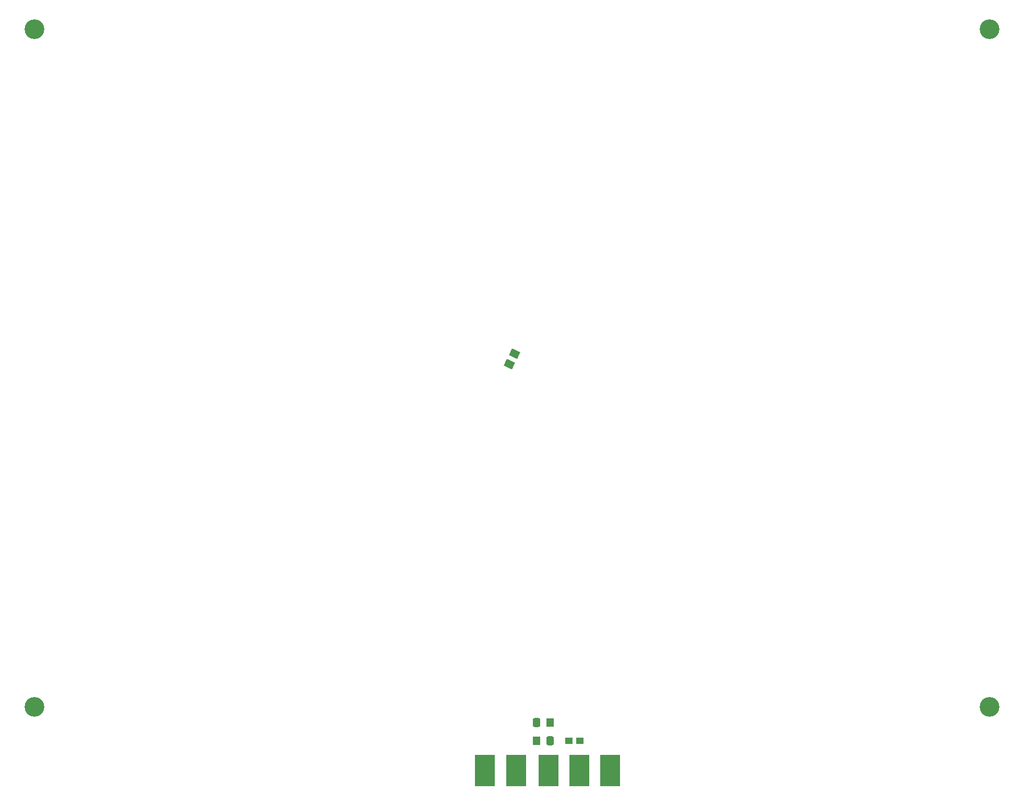
<source format=gts>
%FSLAX25Y25*%
%MOIN*%
G70*
G01*
G75*
G04 Layer_Color=8388736*
%ADD10R,0.03800X0.03500*%
G04:AMPARAMS|DCode=11|XSize=39.37mil|YSize=50mil|CornerRadius=0mil|HoleSize=0mil|Usage=FLASHONLY|Rotation=65.000|XOffset=0mil|YOffset=0mil|HoleType=Round|Shape=Rectangle|*
%AMROTATEDRECTD11*
4,1,4,0.01434,-0.02841,-0.03098,-0.00728,-0.01434,0.02841,0.03098,0.00728,0.01434,-0.02841,0.0*
%
%ADD11ROTATEDRECTD11*%

%ADD12R,0.04000X0.05000*%
G04:AMPARAMS|DCode=13|XSize=40mil|YSize=50mil|CornerRadius=10mil|HoleSize=0mil|Usage=FLASHONLY|Rotation=0.000|XOffset=0mil|YOffset=0mil|HoleType=Round|Shape=RoundedRectangle|*
%AMROUNDEDRECTD13*
21,1,0.04000,0.03000,0,0,0.0*
21,1,0.02000,0.05000,0,0,0.0*
1,1,0.02000,0.01000,-0.01500*
1,1,0.02000,-0.01000,-0.01500*
1,1,0.02000,-0.01000,0.01500*
1,1,0.02000,0.01000,0.01500*
%
%ADD13ROUNDEDRECTD13*%
%ADD14R,0.11811X0.19685*%
%ADD15C,0.01000*%
%ADD16C,0.03937*%
%ADD17C,0.11811*%
%ADD18C,0.00500*%
%ADD19C,0.00600*%
%ADD20R,0.04600X0.04300*%
G04:AMPARAMS|DCode=21|XSize=47.37mil|YSize=58mil|CornerRadius=0mil|HoleSize=0mil|Usage=FLASHONLY|Rotation=65.000|XOffset=0mil|YOffset=0mil|HoleType=Round|Shape=Rectangle|*
%AMROTATEDRECTD21*
4,1,4,0.01627,-0.03372,-0.03629,-0.00921,-0.01627,0.03372,0.03629,0.00921,0.01627,-0.03372,0.0*
%
%ADD21ROTATEDRECTD21*%

%ADD22R,0.04800X0.05800*%
G04:AMPARAMS|DCode=23|XSize=48mil|YSize=58mil|CornerRadius=12mil|HoleSize=0mil|Usage=FLASHONLY|Rotation=0.000|XOffset=0mil|YOffset=0mil|HoleType=Round|Shape=RoundedRectangle|*
%AMROUNDEDRECTD23*
21,1,0.04800,0.03400,0,0,0.0*
21,1,0.02400,0.05800,0,0,0.0*
1,1,0.02400,0.01200,-0.01700*
1,1,0.02400,-0.01200,-0.01700*
1,1,0.02400,-0.01200,0.01700*
1,1,0.02400,0.01200,0.01700*
%
%ADD23ROUNDEDRECTD23*%
%ADD24R,0.12611X0.20485*%
%ADD25C,0.12611*%
D20*
X417323Y31496D02*
D03*
X410423D02*
D03*
D21*
X372419Y272197D02*
D03*
X375541Y278940D02*
D03*
D22*
X389764Y31496D02*
D03*
X398264Y43307D02*
D03*
D23*
Y31496D02*
D03*
X389764Y43307D02*
D03*
D24*
X376520Y12378D02*
D03*
X356835D02*
D03*
X436583D02*
D03*
X416898D02*
D03*
X397213D02*
D03*
D25*
X68898Y53150D02*
D03*
X679134D02*
D03*
Y486221D02*
D03*
X68898D02*
D03*
M02*

</source>
